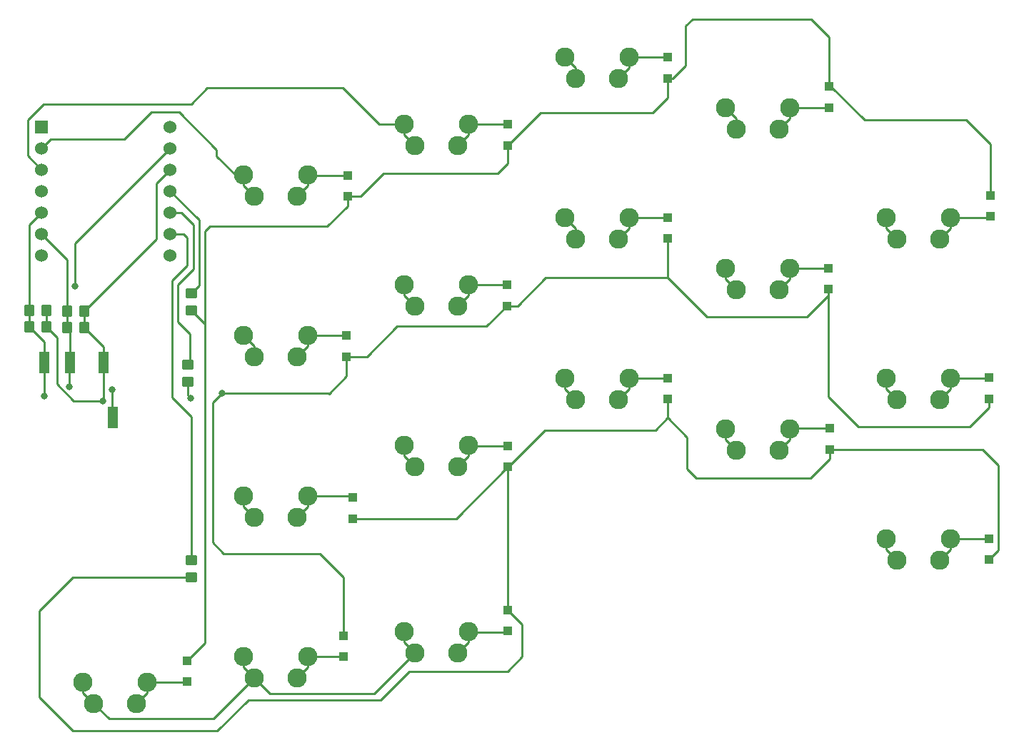
<source format=gbr>
%TF.GenerationSoftware,KiCad,Pcbnew,(6.0.4)*%
%TF.CreationDate,2022-04-22T20:25:04+08:00*%
%TF.ProjectId,Slice36,536c6963-6533-4362-9e6b-696361645f70,rev?*%
%TF.SameCoordinates,Original*%
%TF.FileFunction,Copper,L1,Top*%
%TF.FilePolarity,Positive*%
%FSLAX46Y46*%
G04 Gerber Fmt 4.6, Leading zero omitted, Abs format (unit mm)*
G04 Created by KiCad (PCBNEW (6.0.4)) date 2022-04-22 20:25:04*
%MOMM*%
%LPD*%
G01*
G04 APERTURE LIST*
G04 Aperture macros list*
%AMRoundRect*
0 Rectangle with rounded corners*
0 $1 Rounding radius*
0 $2 $3 $4 $5 $6 $7 $8 $9 X,Y pos of 4 corners*
0 Add a 4 corners polygon primitive as box body*
4,1,4,$2,$3,$4,$5,$6,$7,$8,$9,$2,$3,0*
0 Add four circle primitives for the rounded corners*
1,1,$1+$1,$2,$3*
1,1,$1+$1,$4,$5*
1,1,$1+$1,$6,$7*
1,1,$1+$1,$8,$9*
0 Add four rect primitives between the rounded corners*
20,1,$1+$1,$2,$3,$4,$5,0*
20,1,$1+$1,$4,$5,$6,$7,0*
20,1,$1+$1,$6,$7,$8,$9,0*
20,1,$1+$1,$8,$9,$2,$3,0*%
G04 Aperture macros list end*
%TA.AperFunction,ComponentPad*%
%ADD10C,2.286000*%
%TD*%
%TA.AperFunction,SMDPad,CuDef*%
%ADD11R,1.000000X1.000000*%
%TD*%
%TA.AperFunction,SMDPad,CuDef*%
%ADD12RoundRect,0.250000X-0.450000X0.350000X-0.450000X-0.350000X0.450000X-0.350000X0.450000X0.350000X0*%
%TD*%
%TA.AperFunction,SMDPad,CuDef*%
%ADD13R,1.200000X2.500000*%
%TD*%
%TA.AperFunction,SMDPad,CuDef*%
%ADD14RoundRect,0.250000X0.350000X0.450000X-0.350000X0.450000X-0.350000X-0.450000X0.350000X-0.450000X0*%
%TD*%
%TA.AperFunction,ComponentPad*%
%ADD15R,1.524000X1.524000*%
%TD*%
%TA.AperFunction,ComponentPad*%
%ADD16C,1.524000*%
%TD*%
%TA.AperFunction,ViaPad*%
%ADD17C,0.800000*%
%TD*%
%TA.AperFunction,Conductor*%
%ADD18C,0.250000*%
%TD*%
G04 APERTURE END LIST*
D10*
%TO.P,Sw1,1,NE*%
%TO.N,Net-(D1-Pad2)*%
X36660000Y-157640000D03*
X35390000Y-160180000D03*
%TO.P,Sw1,2,NW*%
%TO.N,Net-(Sw1-Pad2)*%
X29040000Y-157640000D03*
X30310000Y-160180000D03*
%TD*%
%TO.P,Sw10,1,NE*%
%TO.N,Net-(D10-Pad2)*%
X93810000Y-83490000D03*
X92540000Y-86030000D03*
%TO.P,Sw10,2,NW*%
%TO.N,Net-(Sw10-Pad2)*%
X87460000Y-86030000D03*
X86190000Y-83490000D03*
%TD*%
D11*
%TO.P,D10,1,K*%
%TO.N,Net-(D1-Pad1)*%
X98400000Y-86050000D03*
%TO.P,D10,2,A*%
%TO.N,Net-(D10-Pad2)*%
X98400000Y-83550000D03*
%TD*%
%TO.P,D17,1,K*%
%TO.N,Net-(D11-Pad1)*%
X136500000Y-124050000D03*
%TO.P,D17,2,A*%
%TO.N,Net-(D17-Pad2)*%
X136500000Y-121550000D03*
%TD*%
D10*
%TO.P,Sw2,1,NE*%
%TO.N,Net-(D2-Pad2)*%
X54440000Y-157180000D03*
X55710000Y-154640000D03*
%TO.P,Sw2,2,NW*%
%TO.N,Net-(Sw1-Pad2)*%
X48090000Y-154640000D03*
X49360000Y-157180000D03*
%TD*%
D11*
%TO.P,D1,1,K*%
%TO.N,Net-(D1-Pad1)*%
X41400000Y-155100000D03*
%TO.P,D1,2,A*%
%TO.N,Net-(D1-Pad2)*%
X41400000Y-157600000D03*
%TD*%
%TO.P,D5,1,K*%
%TO.N,Net-(D11-Pad1)*%
X60300000Y-119050000D03*
%TO.P,D5,2,A*%
%TO.N,Net-(D5-Pad2)*%
X60300000Y-116550000D03*
%TD*%
D12*
%TO.P,R1,1*%
%TO.N,Net-(R1-Pad1)*%
X41870000Y-143200000D03*
%TO.P,R1,2*%
%TO.N,Net-(D12-Pad1)*%
X41870000Y-145200000D03*
%TD*%
D11*
%TO.P,D2,1,K*%
%TO.N,Net-(D11-Pad1)*%
X59900000Y-152150000D03*
%TO.P,D2,2,A*%
%TO.N,Net-(D2-Pad2)*%
X59900000Y-154650000D03*
%TD*%
D10*
%TO.P,Sw8,1,NE*%
%TO.N,Net-(D8-Pad2)*%
X74760000Y-110540000D03*
X73490000Y-113080000D03*
%TO.P,Sw8,2,NW*%
%TO.N,Net-(Sw7-Pad2)*%
X68410000Y-113080000D03*
X67140000Y-110540000D03*
%TD*%
D11*
%TO.P,D12,1,K*%
%TO.N,Net-(D12-Pad1)*%
X98400000Y-124100000D03*
%TO.P,D12,2,A*%
%TO.N,Net-(D12-Pad2)*%
X98400000Y-121600000D03*
%TD*%
D10*
%TO.P,Sw7,1,NE*%
%TO.N,Net-(D7-Pad2)*%
X73490000Y-94030000D03*
X74760000Y-91490000D03*
%TO.P,Sw7,2,NW*%
%TO.N,Net-(Sw7-Pad2)*%
X67140000Y-91490000D03*
X68410000Y-94030000D03*
%TD*%
D11*
%TO.P,D14,1,K*%
%TO.N,Net-(D11-Pad1)*%
X117400000Y-111050000D03*
%TO.P,D14,2,A*%
%TO.N,Net-(D14-Pad2)*%
X117400000Y-108550000D03*
%TD*%
%TO.P,D8,1,K*%
%TO.N,Net-(D11-Pad1)*%
X79300000Y-113050000D03*
%TO.P,D8,2,A*%
%TO.N,Net-(D8-Pad2)*%
X79300000Y-110550000D03*
%TD*%
%TO.P,D13,1,K*%
%TO.N,Net-(D1-Pad1)*%
X117500000Y-87000000D03*
%TO.P,D13,2,A*%
%TO.N,Net-(D13-Pad2)*%
X117500000Y-89500000D03*
%TD*%
D10*
%TO.P,Sw15,1,NE*%
%TO.N,Net-(Sw15-Pad1)*%
X111590000Y-130130000D03*
X112860000Y-127590000D03*
%TO.P,Sw15,2,SW*%
%TO.N,Net-(Sw15-Pad2)*%
X105240000Y-127590000D03*
X106510000Y-130130000D03*
%TD*%
D13*
%TO.P,J2,R1*%
%TO.N,Net-(J1-PadR1)*%
X27475000Y-119750000D03*
%TO.P,J2,R2*%
%TO.N,Net-(J1-PadR2)*%
X24475000Y-119750000D03*
%TO.P,J2,S*%
%TO.N,Net-(J1-PadS)*%
X32575000Y-126250000D03*
%TO.P,J2,T*%
%TO.N,Net-(J1-PadT)*%
X31475000Y-119750000D03*
%TD*%
D10*
%TO.P,Sw5,1,NE*%
%TO.N,Net-(D5-Pad2)*%
X54440000Y-119080000D03*
X55710000Y-116540000D03*
%TO.P,Sw5,2,SW*%
%TO.N,Net-(Sw4-Pad2)*%
X49360000Y-119080000D03*
X48090000Y-116540000D03*
%TD*%
%TO.P,Sw16,1,NE*%
%TO.N,Net-(D16-Pad2)*%
X131910000Y-102540000D03*
X130640000Y-105080000D03*
%TO.P,Sw16,2,SW*%
%TO.N,Net-(Sw17-Pad2)*%
X124290000Y-102540000D03*
X125560000Y-105080000D03*
%TD*%
D14*
%TO.P,R5,1*%
%TO.N,Net-(J1-PadT)*%
X29200000Y-113650000D03*
%TO.P,R5,2*%
%TO.N,Net-(J1-PadR1)*%
X27200000Y-113650000D03*
%TD*%
D10*
%TO.P,Sw12,1,NE*%
%TO.N,Net-(D12-Pad2)*%
X92540000Y-124130000D03*
X93810000Y-121590000D03*
%TO.P,Sw12,2,NW*%
%TO.N,Net-(Sw10-Pad2)*%
X86190000Y-121590000D03*
X87460000Y-124130000D03*
%TD*%
D11*
%TO.P,D6,1,K*%
%TO.N,Net-(D12-Pad1)*%
X61000000Y-138250000D03*
%TO.P,D6,2,A*%
%TO.N,Net-(D6-Pad2)*%
X61000000Y-135750000D03*
%TD*%
%TO.P,D11,1,K*%
%TO.N,Net-(D11-Pad1)*%
X98400000Y-105050000D03*
%TO.P,D11,2,A*%
%TO.N,Net-(D11-Pad2)*%
X98400000Y-102550000D03*
%TD*%
D12*
%TO.P,R3,1*%
%TO.N,Net-(R3-Pad1)*%
X41870000Y-111560000D03*
%TO.P,R3,2*%
%TO.N,Net-(D1-Pad1)*%
X41870000Y-113560000D03*
%TD*%
D14*
%TO.P,R4,1*%
%TO.N,Net-(J1-PadT)*%
X29190000Y-115570000D03*
%TO.P,R4,2*%
%TO.N,Net-(J1-PadR1)*%
X27190000Y-115570000D03*
%TD*%
D11*
%TO.P,D7,1,K*%
%TO.N,Net-(D1-Pad1)*%
X79400000Y-94000000D03*
%TO.P,D7,2,A*%
%TO.N,Net-(D7-Pad2)*%
X79400000Y-91500000D03*
%TD*%
D10*
%TO.P,Sw11,1,NE*%
%TO.N,Net-(D11-Pad2)*%
X92540000Y-105080000D03*
X93810000Y-102540000D03*
%TO.P,Sw11,2,NW*%
%TO.N,Net-(Sw10-Pad2)*%
X87460000Y-105080000D03*
X86190000Y-102540000D03*
%TD*%
D11*
%TO.P,D3,1,K*%
%TO.N,Net-(D12-Pad1)*%
X79400000Y-149100000D03*
%TO.P,D3,2,A*%
%TO.N,Net-(D3-Pad2)*%
X79400000Y-151600000D03*
%TD*%
D10*
%TO.P,Sw17,1,NE*%
%TO.N,Net-(D17-Pad2)*%
X131910000Y-121590000D03*
X130640000Y-124130000D03*
%TO.P,Sw17,2,NW*%
%TO.N,Net-(Sw17-Pad2)*%
X125560000Y-124130000D03*
X124290000Y-121590000D03*
%TD*%
D15*
%TO.P,U1,1,PA02_A0_D0*%
%TO.N,Net-(Sw1-Pad2)*%
X24150000Y-91770000D03*
D16*
%TO.P,U1,2,PA4_A1_D1*%
%TO.N,Net-(Sw4-Pad2)*%
X24150000Y-94310000D03*
%TO.P,U1,3,PA10_A2_D2*%
%TO.N,Net-(Sw7-Pad2)*%
X24150000Y-96850000D03*
%TO.P,U1,4,PA11_A3_D3*%
%TO.N,Net-(Sw10-Pad2)*%
X24150000Y-99390000D03*
%TO.P,U1,5,PA8_A4_D4_SDA*%
%TO.N,Net-(J1-PadR2)*%
X24150000Y-101930000D03*
%TO.P,U1,6,PA9_A5_D5_SCL*%
%TO.N,Net-(J1-PadR1)*%
X24150000Y-104470000D03*
%TO.P,U1,7,PB08_A6_D6_TX*%
%TO.N,Net-(Sw15-Pad2)*%
X24150000Y-107010000D03*
%TO.P,U1,8,PB09_A7_D7_RX*%
%TO.N,Net-(Sw17-Pad2)*%
X39390000Y-107010000D03*
%TO.P,U1,9,PA7_A8_D8_SCK*%
%TO.N,Net-(R1-Pad1)*%
X39390000Y-104470000D03*
%TO.P,U1,10,PA5_A9_D9_MISO*%
%TO.N,Net-(R2-Pad1)*%
X39390000Y-101930000D03*
%TO.P,U1,11,PA6_A10_D10_MOSI*%
%TO.N,Net-(R3-Pad1)*%
X39390000Y-99390000D03*
%TO.P,U1,12,3V3*%
%TO.N,Net-(J1-PadT)*%
X39390000Y-96850000D03*
%TO.P,U1,13,GND*%
%TO.N,Net-(J1-PadS)*%
X39390000Y-94310000D03*
%TO.P,U1,14,5V*%
%TO.N,unconnected-(U1-Pad14)*%
X39390000Y-91770000D03*
%TD*%
D11*
%TO.P,D16,1,K*%
%TO.N,Net-(D1-Pad1)*%
X136600000Y-99900000D03*
%TO.P,D16,2,A*%
%TO.N,Net-(D16-Pad2)*%
X136600000Y-102400000D03*
%TD*%
%TO.P,D4,1,K*%
%TO.N,Net-(D1-Pad1)*%
X60400000Y-100050000D03*
%TO.P,D4,2,A*%
%TO.N,Net-(D4-Pad2)*%
X60400000Y-97550000D03*
%TD*%
D10*
%TO.P,Sw3,1,NE*%
%TO.N,Net-(D3-Pad2)*%
X73490000Y-154180000D03*
X74760000Y-151640000D03*
%TO.P,Sw3,2,NW*%
%TO.N,Net-(Sw1-Pad2)*%
X67140000Y-151640000D03*
X68410000Y-154180000D03*
%TD*%
%TO.P,Sw13,1,NE*%
%TO.N,Net-(D13-Pad2)*%
X112860000Y-89490000D03*
X111590000Y-92030000D03*
%TO.P,Sw13,2,SW*%
%TO.N,Net-(Sw15-Pad2)*%
X106510000Y-92030000D03*
X105240000Y-89490000D03*
%TD*%
D11*
%TO.P,D18,1,K*%
%TO.N,Net-(D12-Pad1)*%
X136500000Y-143150000D03*
%TO.P,D18,2,A*%
%TO.N,Net-(D18-Pad2)*%
X136500000Y-140650000D03*
%TD*%
D14*
%TO.P,R7,1*%
%TO.N,Net-(J1-PadT)*%
X24700000Y-113600000D03*
%TO.P,R7,2*%
%TO.N,Net-(J1-PadR2)*%
X22700000Y-113600000D03*
%TD*%
D10*
%TO.P,Sw9,1,NE*%
%TO.N,Net-(D9-Pad2)*%
X74760000Y-129590000D03*
X73490000Y-132130000D03*
%TO.P,Sw9,2,NW*%
%TO.N,Net-(Sw7-Pad2)*%
X68410000Y-132130000D03*
X67140000Y-129590000D03*
%TD*%
D14*
%TO.P,R6,1*%
%TO.N,Net-(J1-PadT)*%
X24700000Y-115550000D03*
%TO.P,R6,2*%
%TO.N,Net-(J1-PadR2)*%
X22700000Y-115550000D03*
%TD*%
D11*
%TO.P,D9,1,K*%
%TO.N,Net-(D12-Pad1)*%
X79400000Y-132150000D03*
%TO.P,D9,2,A*%
%TO.N,Net-(D9-Pad2)*%
X79400000Y-129650000D03*
%TD*%
D10*
%TO.P,Sw4,1,NE*%
%TO.N,Net-(D4-Pad2)*%
X54440000Y-100030000D03*
X55710000Y-97490000D03*
%TO.P,Sw4,2,SW*%
%TO.N,Net-(Sw4-Pad2)*%
X49360000Y-100030000D03*
X48090000Y-97490000D03*
%TD*%
D11*
%TO.P,D15,1,K*%
%TO.N,Net-(D12-Pad1)*%
X117600000Y-130050000D03*
%TO.P,D15,2,A*%
%TO.N,Net-(Sw15-Pad1)*%
X117600000Y-127550000D03*
%TD*%
D10*
%TO.P,Sw6,1,NE*%
%TO.N,Net-(D6-Pad2)*%
X55710000Y-135590000D03*
X54440000Y-138130000D03*
%TO.P,Sw6,2,NW*%
%TO.N,Net-(Sw4-Pad2)*%
X49360000Y-138130000D03*
X48090000Y-135590000D03*
%TD*%
%TO.P,Sw18,1,NE*%
%TO.N,Net-(D18-Pad2)*%
X130640000Y-143180000D03*
X131910000Y-140640000D03*
%TO.P,Sw18,2,NW*%
%TO.N,Net-(Sw17-Pad2)*%
X124290000Y-140640000D03*
X125560000Y-143180000D03*
%TD*%
%TO.P,Sw14,1,NE*%
%TO.N,Net-(D14-Pad2)*%
X111590000Y-111080000D03*
X112860000Y-108540000D03*
%TO.P,Sw14,2,SW*%
%TO.N,Net-(Sw15-Pad2)*%
X106510000Y-111080000D03*
X105240000Y-108540000D03*
%TD*%
D12*
%TO.P,R2,1*%
%TO.N,Net-(R2-Pad1)*%
X41450000Y-120025000D03*
%TO.P,R2,2*%
%TO.N,Net-(D11-Pad1)*%
X41450000Y-122025000D03*
%TD*%
D17*
%TO.N,Net-(D11-Pad1)*%
X41810000Y-123970000D03*
X45510000Y-123420000D03*
%TO.N,Net-(J1-PadR1)*%
X27420000Y-122590000D03*
%TO.N,Net-(J1-PadR2)*%
X24430000Y-123770000D03*
%TO.N,Net-(J1-PadS)*%
X28075000Y-110650000D03*
X32520000Y-122970000D03*
%TO.N,Net-(J1-PadT)*%
X31420000Y-124290000D03*
%TD*%
D18*
%TO.N,Net-(D1-Pad1)*%
X43500000Y-115190000D02*
X43500000Y-115200000D01*
X83300000Y-90100000D02*
X96600000Y-90100000D01*
X43500000Y-115200000D02*
X43500000Y-104200000D01*
X100500000Y-79800000D02*
X101300000Y-79000000D01*
X117500000Y-81100000D02*
X117500000Y-87000000D01*
X41870000Y-113560000D02*
X43500000Y-115190000D01*
X136600000Y-93800000D02*
X133800000Y-91000000D01*
X60400000Y-101200000D02*
X60400000Y-100050000D01*
X121700000Y-91000000D02*
X117700000Y-87000000D01*
X133800000Y-91000000D02*
X121700000Y-91000000D01*
X98950000Y-86050000D02*
X100500000Y-84500000D01*
X101300000Y-79000000D02*
X115400000Y-79000000D01*
X43500000Y-153000000D02*
X43500000Y-115200000D01*
X100500000Y-84500000D02*
X100500000Y-79800000D01*
X58000000Y-103600000D02*
X60400000Y-101200000D01*
X78200000Y-97300000D02*
X79400000Y-96100000D01*
X43500000Y-104200000D02*
X44100000Y-103600000D01*
X115400000Y-79000000D02*
X117500000Y-81100000D01*
X136600000Y-99900000D02*
X136600000Y-93800000D01*
X61950000Y-100050000D02*
X64700000Y-97300000D01*
X98400000Y-88300000D02*
X98400000Y-86050000D01*
X117700000Y-87000000D02*
X117500000Y-87000000D01*
X79400000Y-94000000D02*
X83300000Y-90100000D01*
X79400000Y-96100000D02*
X79400000Y-94000000D01*
X96600000Y-90100000D02*
X98400000Y-88300000D01*
X98400000Y-86050000D02*
X98950000Y-86050000D01*
X41400000Y-155100000D02*
X43500000Y-153000000D01*
X44100000Y-103600000D02*
X58000000Y-103600000D01*
X64700000Y-97300000D02*
X78200000Y-97300000D01*
X60400000Y-100050000D02*
X61950000Y-100050000D01*
%TO.N,Net-(D1-Pad2)*%
X36660000Y-158910000D02*
X36660000Y-157640000D01*
X40990000Y-157640000D02*
X41000000Y-157650000D01*
X35390000Y-160180000D02*
X36660000Y-158910000D01*
X36660000Y-157640000D02*
X40990000Y-157640000D01*
%TO.N,Net-(D11-Pad1)*%
X59900000Y-145200000D02*
X57100000Y-142400000D01*
X44400000Y-141100000D02*
X44400000Y-124500000D01*
X62725000Y-119050000D02*
X66325000Y-115450000D01*
X76900000Y-115450000D02*
X79300000Y-113050000D01*
X45700000Y-142400000D02*
X44400000Y-141100000D01*
X59900000Y-152150000D02*
X59900000Y-145200000D01*
X114900000Y-114300000D02*
X103000000Y-114300000D01*
X57100000Y-142400000D02*
X45700000Y-142400000D01*
X134200000Y-127400000D02*
X136500000Y-125100000D01*
X58200000Y-123500000D02*
X60300000Y-121400000D01*
X60300000Y-121400000D02*
X60300000Y-119050000D01*
X117400000Y-111050000D02*
X117400000Y-123800000D01*
X117400000Y-111050000D02*
X117400000Y-111800000D01*
X60300000Y-119050000D02*
X62725000Y-119050000D01*
X41450000Y-122025000D02*
X41450000Y-123610000D01*
X58100000Y-123400000D02*
X58200000Y-123500000D01*
X45500000Y-123400000D02*
X58100000Y-123400000D01*
X136500000Y-125100000D02*
X136500000Y-124050000D01*
X83900000Y-109700000D02*
X80550000Y-113050000D01*
X98400000Y-109700000D02*
X83900000Y-109700000D01*
X66325000Y-115450000D02*
X76900000Y-115450000D01*
X79300000Y-113050000D02*
X80550000Y-113050000D01*
X121000000Y-127400000D02*
X134200000Y-127400000D01*
X41450000Y-123610000D02*
X41810000Y-123970000D01*
X44400000Y-124500000D02*
X45500000Y-123400000D01*
X98400000Y-109700000D02*
X98400000Y-105050000D01*
X117400000Y-123800000D02*
X121000000Y-127400000D01*
X103000000Y-114300000D02*
X98400000Y-109700000D01*
X117400000Y-111800000D02*
X114900000Y-114300000D01*
%TO.N,Net-(D2-Pad2)*%
X55710000Y-155910000D02*
X55710000Y-154640000D01*
X54440000Y-157180000D02*
X55710000Y-155910000D01*
X55710000Y-154640000D02*
X59890000Y-154640000D01*
X59890000Y-154640000D02*
X59900000Y-154650000D01*
%TO.N,Net-(D12-Pad1)*%
X27820000Y-145200000D02*
X23840000Y-149180000D01*
X23840000Y-149180000D02*
X23840000Y-159500000D01*
X79400000Y-132150000D02*
X79400000Y-149100000D01*
X117600000Y-131200000D02*
X117600000Y-130050000D01*
X137600000Y-131900000D02*
X135750000Y-130050000D01*
X79400000Y-132150000D02*
X79450000Y-132150000D01*
X96900000Y-127800000D02*
X98400000Y-126300000D01*
X100700000Y-132400000D02*
X101800000Y-133500000D01*
X64300000Y-159780000D02*
X67700000Y-156380000D01*
X41870000Y-145200000D02*
X27820000Y-145200000D01*
X81120000Y-150820000D02*
X79400000Y-149100000D01*
X27820000Y-163480000D02*
X44940000Y-163480000D01*
X23840000Y-159500000D02*
X27820000Y-163480000D01*
X137600000Y-142050000D02*
X137600000Y-131900000D01*
X135750000Y-130050000D02*
X117600000Y-130050000D01*
X79450000Y-132150000D02*
X83800000Y-127800000D01*
X48640000Y-159780000D02*
X64300000Y-159780000D01*
X67700000Y-156380000D02*
X79370000Y-156380000D01*
X81120000Y-154630000D02*
X81120000Y-150820000D01*
X79370000Y-156380000D02*
X81120000Y-154630000D01*
X83800000Y-127800000D02*
X96900000Y-127800000D01*
X61000000Y-138250000D02*
X73300000Y-138250000D01*
X98400000Y-126300000D02*
X100700000Y-128600000D01*
X100700000Y-128600000D02*
X100700000Y-132400000D01*
X98400000Y-124100000D02*
X98400000Y-126300000D01*
X101800000Y-133500000D02*
X115300000Y-133500000D01*
X73300000Y-138250000D02*
X79400000Y-132150000D01*
X136500000Y-143150000D02*
X137600000Y-142050000D01*
X44940000Y-163480000D02*
X48640000Y-159780000D01*
X115300000Y-133500000D02*
X117600000Y-131200000D01*
%TO.N,Net-(D3-Pad2)*%
X74760000Y-152910000D02*
X74760000Y-151640000D01*
X79500000Y-151750000D02*
X74870000Y-151750000D01*
X74870000Y-151750000D02*
X74760000Y-151640000D01*
X73490000Y-154180000D02*
X74760000Y-152910000D01*
%TO.N,Net-(D4-Pad2)*%
X55770000Y-97550000D02*
X55710000Y-97490000D01*
X60400000Y-97550000D02*
X55770000Y-97550000D01*
X54440000Y-100030000D02*
X55710000Y-98760000D01*
X55710000Y-98760000D02*
X55710000Y-97490000D01*
%TO.N,Net-(D5-Pad2)*%
X54440000Y-119080000D02*
X55710000Y-117810000D01*
X60300000Y-116550000D02*
X55720000Y-116550000D01*
X55720000Y-116550000D02*
X55710000Y-116540000D01*
X55710000Y-117810000D02*
X55710000Y-116540000D01*
%TO.N,Net-(D6-Pad2)*%
X55710000Y-136860000D02*
X55710000Y-135590000D01*
X60840000Y-135590000D02*
X61000000Y-135750000D01*
X55710000Y-135590000D02*
X60840000Y-135590000D01*
X54440000Y-138130000D02*
X55710000Y-136860000D01*
%TO.N,Net-(D7-Pad2)*%
X79400000Y-91500000D02*
X74770000Y-91500000D01*
X74760000Y-92760000D02*
X74760000Y-91490000D01*
X73490000Y-94030000D02*
X74760000Y-92760000D01*
X74770000Y-91500000D02*
X74760000Y-91490000D01*
%TO.N,Net-(D8-Pad2)*%
X73490000Y-113080000D02*
X74760000Y-111810000D01*
X74770000Y-110550000D02*
X74760000Y-110540000D01*
X79300000Y-110550000D02*
X74770000Y-110550000D01*
X74760000Y-111810000D02*
X74760000Y-110540000D01*
%TO.N,Net-(D9-Pad2)*%
X74760000Y-130860000D02*
X74760000Y-129590000D01*
X74820000Y-129650000D02*
X74760000Y-129590000D01*
X73490000Y-132130000D02*
X74760000Y-130860000D01*
X79400000Y-129650000D02*
X74820000Y-129650000D01*
%TO.N,Net-(D10-Pad2)*%
X93810000Y-84760000D02*
X93810000Y-83490000D01*
X93870000Y-83550000D02*
X93810000Y-83490000D01*
X98400000Y-83550000D02*
X93870000Y-83550000D01*
X92540000Y-86030000D02*
X93810000Y-84760000D01*
%TO.N,Net-(D11-Pad2)*%
X98390000Y-102540000D02*
X98400000Y-102550000D01*
X93810000Y-102540000D02*
X98390000Y-102540000D01*
X93810000Y-103810000D02*
X93810000Y-102540000D01*
X92540000Y-105080000D02*
X93810000Y-103810000D01*
%TO.N,Net-(D12-Pad2)*%
X92540000Y-124130000D02*
X93810000Y-122860000D01*
X93810000Y-122860000D02*
X93810000Y-121590000D01*
X93810000Y-121590000D02*
X98390000Y-121590000D01*
X98390000Y-121590000D02*
X98400000Y-121600000D01*
%TO.N,Net-(D13-Pad2)*%
X111590000Y-92030000D02*
X112860000Y-90760000D01*
X117440000Y-89490000D02*
X117500000Y-89550000D01*
X112860000Y-90760000D02*
X112860000Y-89490000D01*
X112860000Y-89490000D02*
X117440000Y-89490000D01*
%TO.N,Net-(D14-Pad2)*%
X112860000Y-108540000D02*
X117390000Y-108540000D01*
X117390000Y-108540000D02*
X117400000Y-108550000D01*
X111590000Y-111080000D02*
X112860000Y-109810000D01*
X112860000Y-109810000D02*
X112860000Y-108540000D01*
%TO.N,Net-(D16-Pad2)*%
X136460000Y-102540000D02*
X136600000Y-102400000D01*
X131910000Y-103810000D02*
X131910000Y-102540000D01*
X130640000Y-105080000D02*
X131910000Y-103810000D01*
X131910000Y-102540000D02*
X136460000Y-102540000D01*
X136700000Y-102500000D02*
X136700000Y-102550000D01*
X136600000Y-102400000D02*
X136700000Y-102500000D01*
%TO.N,Net-(D17-Pad2)*%
X130640000Y-124130000D02*
X131910000Y-122860000D01*
X136460000Y-121590000D02*
X136500000Y-121550000D01*
X131910000Y-122860000D02*
X131910000Y-121590000D01*
X131910000Y-121590000D02*
X136460000Y-121590000D01*
%TO.N,Net-(D18-Pad2)*%
X136490000Y-140640000D02*
X136500000Y-140650000D01*
X131910000Y-140640000D02*
X136490000Y-140640000D01*
X131910000Y-141910000D02*
X131910000Y-140640000D01*
X130640000Y-143180000D02*
X131910000Y-141910000D01*
%TO.N,Net-(J1-PadR1)*%
X24150000Y-104470000D02*
X27200000Y-107520000D01*
X27200000Y-113650000D02*
X27200000Y-107520000D01*
X27200000Y-115600000D02*
X27200000Y-115500000D01*
X27420000Y-122590000D02*
X27420000Y-120500000D01*
X27150000Y-115450000D02*
X27150000Y-113700000D01*
X27420000Y-120500000D02*
X27430000Y-120490000D01*
X27200000Y-115500000D02*
X27150000Y-115450000D01*
X27190000Y-115570000D02*
X27475000Y-115855000D01*
X27150000Y-113700000D02*
X27200000Y-113650000D01*
X27475000Y-115855000D02*
X27475000Y-119750000D01*
%TO.N,Net-(J1-PadR2)*%
X22700000Y-115550000D02*
X24475000Y-117325000D01*
X24430000Y-120490000D02*
X24430000Y-123770000D01*
X22700000Y-103380000D02*
X22700000Y-113600000D01*
X22700000Y-115550000D02*
X22700000Y-113600000D01*
X24475000Y-117325000D02*
X24475000Y-119750000D01*
X22700000Y-103380000D02*
X24150000Y-101930000D01*
%TO.N,Net-(J1-PadS)*%
X32530000Y-126990000D02*
X32530000Y-122980000D01*
X28075000Y-105625000D02*
X28075000Y-110650000D01*
X28075000Y-105625000D02*
X39390000Y-94310000D01*
X32530000Y-122980000D02*
X32520000Y-122970000D01*
%TO.N,Net-(J1-PadT)*%
X24700000Y-113600000D02*
X24700000Y-115550000D01*
X37750000Y-98490000D02*
X39390000Y-96850000D01*
X29200000Y-113650000D02*
X37750000Y-105100000D01*
X29190000Y-115570000D02*
X29190000Y-115590000D01*
X29190000Y-115570000D02*
X31475000Y-117855000D01*
X24700000Y-115550000D02*
X25950000Y-116800000D01*
X25950000Y-122325000D02*
X27950000Y-124325000D01*
X29190000Y-115590000D02*
X29200000Y-115600000D01*
X29200000Y-115600000D02*
X29200000Y-113650000D01*
X31475000Y-117855000D02*
X31475000Y-119750000D01*
X27950000Y-124325000D02*
X31385000Y-124325000D01*
X25950000Y-116800000D02*
X25950000Y-122325000D01*
X31385000Y-124325000D02*
X31420000Y-124290000D01*
X31475000Y-124235000D02*
X31475000Y-119750000D01*
X31420000Y-124290000D02*
X31475000Y-124235000D01*
X37750000Y-105100000D02*
X37750000Y-98490000D01*
%TO.N,Net-(R1-Pad1)*%
X41870000Y-126160000D02*
X39590000Y-123880000D01*
X39590000Y-110030000D02*
X41400000Y-108220000D01*
X41400000Y-108220000D02*
X41400000Y-104930000D01*
X40940000Y-104470000D02*
X39390000Y-104470000D01*
X39590000Y-123880000D02*
X39590000Y-110030000D01*
X41400000Y-104930000D02*
X40940000Y-104470000D01*
X41870000Y-143200000D02*
X41870000Y-126160000D01*
%TO.N,Net-(R2-Pad1)*%
X41740000Y-116390000D02*
X40280000Y-114930000D01*
X40280000Y-110560000D02*
X42180000Y-108660000D01*
X42180000Y-108660000D02*
X42180000Y-103430000D01*
X41450000Y-120025000D02*
X41740000Y-119735000D01*
X40280000Y-114930000D02*
X40280000Y-110560000D01*
X40680000Y-101930000D02*
X39390000Y-101930000D01*
X42180000Y-103430000D02*
X40680000Y-101930000D01*
X41740000Y-119735000D02*
X41740000Y-116390000D01*
%TO.N,Net-(R3-Pad1)*%
X39390000Y-99390000D02*
X42830000Y-102830000D01*
X42830000Y-110600000D02*
X41870000Y-111560000D01*
X42830000Y-102830000D02*
X42830000Y-110600000D01*
%TO.N,Net-(Sw1-Pad2)*%
X49360000Y-157180000D02*
X51180000Y-159000000D01*
X68410000Y-154180000D02*
X67140000Y-152910000D01*
X48090000Y-155910000D02*
X48090000Y-154640000D01*
X49360000Y-157180000D02*
X48090000Y-155910000D01*
X32130000Y-162000000D02*
X44540000Y-162000000D01*
X30310000Y-160180000D02*
X32130000Y-162000000D01*
X30310000Y-160180000D02*
X29040000Y-158910000D01*
X63590000Y-159000000D02*
X68410000Y-154180000D01*
X67140000Y-152910000D02*
X67140000Y-151640000D01*
X44540000Y-162000000D02*
X49360000Y-157180000D01*
X51180000Y-159000000D02*
X63590000Y-159000000D01*
X29040000Y-158910000D02*
X29040000Y-157640000D01*
%TO.N,Net-(Sw4-Pad2)*%
X37120000Y-90030000D02*
X40420000Y-90030000D01*
X24150000Y-94310000D02*
X25236511Y-93223489D01*
X48090000Y-116540000D02*
X49360000Y-117810000D01*
X49360000Y-100030000D02*
X48090000Y-98760000D01*
X49360000Y-117810000D02*
X49360000Y-119080000D01*
X48090000Y-136860000D02*
X48090000Y-135590000D01*
X48090000Y-98760000D02*
X48090000Y-97490000D01*
X25236511Y-93223489D02*
X33926511Y-93223489D01*
X44900000Y-95280000D02*
X47110000Y-97490000D01*
X40420000Y-90030000D02*
X44900000Y-94510000D01*
X49360000Y-138130000D02*
X48090000Y-136860000D01*
X33926511Y-93223489D02*
X37120000Y-90030000D01*
X44900000Y-94510000D02*
X44900000Y-95280000D01*
X47110000Y-97490000D02*
X48090000Y-97490000D01*
%TO.N,Net-(Sw7-Pad2)*%
X22510000Y-90970000D02*
X24350000Y-89130000D01*
X67140000Y-130860000D02*
X67140000Y-129590000D01*
X67140000Y-92760000D02*
X67140000Y-91490000D01*
X68410000Y-113080000D02*
X67140000Y-111810000D01*
X64150000Y-91490000D02*
X67140000Y-91490000D01*
X24350000Y-89130000D02*
X41860000Y-89130000D01*
X68410000Y-132130000D02*
X67140000Y-130860000D01*
X24150000Y-96850000D02*
X22510000Y-95210000D01*
X41860000Y-89130000D02*
X43800000Y-87190000D01*
X59850000Y-87190000D02*
X64150000Y-91490000D01*
X43800000Y-87190000D02*
X59850000Y-87190000D01*
X68410000Y-94030000D02*
X67140000Y-92760000D01*
X67140000Y-111810000D02*
X67140000Y-110540000D01*
X22510000Y-95210000D02*
X22510000Y-90970000D01*
%TO.N,Net-(Sw10-Pad2)*%
X86190000Y-122860000D02*
X86190000Y-121590000D01*
X87460000Y-84760000D02*
X87460000Y-86030000D01*
X87460000Y-124130000D02*
X86190000Y-122860000D01*
X86190000Y-102540000D02*
X87460000Y-103810000D01*
X87460000Y-103810000D02*
X87460000Y-105080000D01*
X86190000Y-83490000D02*
X87460000Y-84760000D01*
%TO.N,Net-(Sw15-Pad1)*%
X112900000Y-127550000D02*
X112860000Y-127590000D01*
X112860000Y-128860000D02*
X112860000Y-127590000D01*
X117600000Y-127550000D02*
X112900000Y-127550000D01*
X111590000Y-130130000D02*
X112860000Y-128860000D01*
%TO.N,Net-(Sw15-Pad2)*%
X106510000Y-130130000D02*
X105240000Y-128860000D01*
X105240000Y-128860000D02*
X105240000Y-127590000D01*
X106510000Y-111080000D02*
X105240000Y-109810000D01*
X105240000Y-89490000D02*
X106510000Y-90760000D01*
X105240000Y-109810000D02*
X105240000Y-108540000D01*
X106510000Y-90760000D02*
X106510000Y-92030000D01*
%TO.N,Net-(Sw17-Pad2)*%
X124290000Y-103810000D02*
X124290000Y-102540000D01*
X124290000Y-122860000D02*
X124290000Y-121590000D01*
X125560000Y-105080000D02*
X124290000Y-103810000D01*
X124290000Y-141910000D02*
X124290000Y-140640000D01*
X125560000Y-124130000D02*
X124290000Y-122860000D01*
X125560000Y-143180000D02*
X124290000Y-141910000D01*
%TD*%
M02*

</source>
